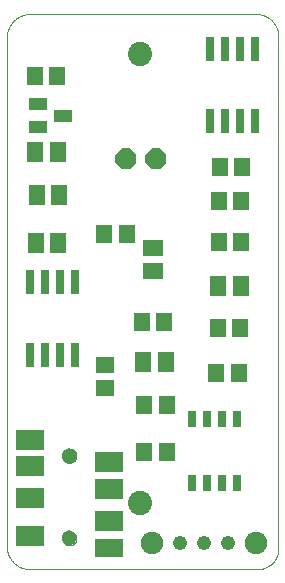
<source format=gbs>
G75*
%MOIN*%
%OFA0B0*%
%FSLAX25Y25*%
%IPPOS*%
%LPD*%
%AMOC8*
5,1,8,0,0,1.08239X$1,22.5*
%
%ADD10C,0.00000*%
%ADD11R,0.05518X0.06306*%
%ADD12R,0.06699X0.05518*%
%ADD13R,0.05518X0.06699*%
%ADD14R,0.03000X0.08400*%
%ADD15OC8,0.07000*%
%ADD16R,0.05912X0.04337*%
%ADD17R,0.09258X0.06306*%
%ADD18R,0.09258X0.06699*%
%ADD19C,0.05124*%
%ADD20C,0.04762*%
%ADD21C,0.07487*%
%ADD22R,0.03156X0.05518*%
%ADD23R,0.06306X0.05518*%
%ADD24C,0.08077*%
D10*
X0008573Y0011486D02*
X0084586Y0011486D01*
X0084754Y0011488D01*
X0084923Y0011494D01*
X0085091Y0011504D01*
X0085258Y0011519D01*
X0085426Y0011537D01*
X0085592Y0011559D01*
X0085759Y0011585D01*
X0085924Y0011616D01*
X0086089Y0011650D01*
X0086253Y0011688D01*
X0086416Y0011731D01*
X0086578Y0011777D01*
X0086738Y0011827D01*
X0086898Y0011881D01*
X0087056Y0011939D01*
X0087212Y0012000D01*
X0087368Y0012066D01*
X0087521Y0012135D01*
X0087673Y0012207D01*
X0087823Y0012284D01*
X0087971Y0012364D01*
X0088117Y0012447D01*
X0088261Y0012534D01*
X0088403Y0012625D01*
X0088543Y0012719D01*
X0088680Y0012816D01*
X0088815Y0012917D01*
X0088947Y0013021D01*
X0089077Y0013128D01*
X0089205Y0013238D01*
X0089329Y0013351D01*
X0089451Y0013467D01*
X0089570Y0013586D01*
X0089686Y0013708D01*
X0089799Y0013832D01*
X0089909Y0013960D01*
X0090016Y0014090D01*
X0090120Y0014222D01*
X0090221Y0014357D01*
X0090318Y0014494D01*
X0090412Y0014634D01*
X0090503Y0014776D01*
X0090590Y0014920D01*
X0090673Y0015066D01*
X0090753Y0015214D01*
X0090830Y0015364D01*
X0090902Y0015516D01*
X0090971Y0015669D01*
X0091037Y0015825D01*
X0091098Y0015981D01*
X0091156Y0016139D01*
X0091210Y0016299D01*
X0091260Y0016459D01*
X0091306Y0016621D01*
X0091349Y0016784D01*
X0091387Y0016948D01*
X0091421Y0017113D01*
X0091452Y0017278D01*
X0091478Y0017445D01*
X0091500Y0017611D01*
X0091518Y0017779D01*
X0091533Y0017946D01*
X0091543Y0018114D01*
X0091549Y0018283D01*
X0091551Y0018451D01*
X0091551Y0188963D01*
X0091549Y0189146D01*
X0091542Y0189328D01*
X0091531Y0189511D01*
X0091516Y0189693D01*
X0091496Y0189875D01*
X0091472Y0190056D01*
X0091443Y0190236D01*
X0091410Y0190416D01*
X0091373Y0190595D01*
X0091331Y0190773D01*
X0091285Y0190950D01*
X0091235Y0191126D01*
X0091181Y0191300D01*
X0091122Y0191473D01*
X0091060Y0191645D01*
X0090993Y0191815D01*
X0090922Y0191983D01*
X0090847Y0192150D01*
X0090768Y0192315D01*
X0090685Y0192478D01*
X0090598Y0192638D01*
X0090507Y0192797D01*
X0090413Y0192954D01*
X0090314Y0193108D01*
X0090212Y0193259D01*
X0090107Y0193408D01*
X0089997Y0193555D01*
X0089885Y0193699D01*
X0089769Y0193840D01*
X0089649Y0193978D01*
X0089526Y0194114D01*
X0089400Y0194246D01*
X0089271Y0194375D01*
X0089139Y0194501D01*
X0089003Y0194624D01*
X0088865Y0194744D01*
X0088724Y0194860D01*
X0088580Y0194972D01*
X0088433Y0195082D01*
X0088284Y0195187D01*
X0088133Y0195289D01*
X0087979Y0195388D01*
X0087822Y0195482D01*
X0087663Y0195573D01*
X0087503Y0195660D01*
X0087340Y0195743D01*
X0087175Y0195822D01*
X0087008Y0195897D01*
X0086840Y0195968D01*
X0086670Y0196035D01*
X0086498Y0196097D01*
X0086325Y0196156D01*
X0086151Y0196210D01*
X0085975Y0196260D01*
X0085798Y0196306D01*
X0085620Y0196348D01*
X0085441Y0196385D01*
X0085261Y0196418D01*
X0085081Y0196447D01*
X0084900Y0196471D01*
X0084718Y0196491D01*
X0084536Y0196506D01*
X0084353Y0196517D01*
X0084171Y0196524D01*
X0083988Y0196526D01*
X0008795Y0196526D01*
X0008607Y0196524D01*
X0008418Y0196517D01*
X0008230Y0196506D01*
X0008043Y0196490D01*
X0007855Y0196469D01*
X0007669Y0196444D01*
X0007483Y0196415D01*
X0007297Y0196381D01*
X0007113Y0196342D01*
X0006930Y0196299D01*
X0006747Y0196252D01*
X0006566Y0196201D01*
X0006386Y0196144D01*
X0006208Y0196084D01*
X0006031Y0196019D01*
X0005856Y0195951D01*
X0005682Y0195877D01*
X0005510Y0195800D01*
X0005340Y0195719D01*
X0005172Y0195633D01*
X0005007Y0195544D01*
X0004843Y0195450D01*
X0004682Y0195353D01*
X0004523Y0195251D01*
X0004367Y0195146D01*
X0004213Y0195037D01*
X0004062Y0194925D01*
X0003914Y0194809D01*
X0003768Y0194689D01*
X0003626Y0194566D01*
X0003486Y0194439D01*
X0003350Y0194309D01*
X0003217Y0194176D01*
X0003087Y0194040D01*
X0002960Y0193900D01*
X0002837Y0193758D01*
X0002717Y0193612D01*
X0002601Y0193464D01*
X0002489Y0193313D01*
X0002380Y0193159D01*
X0002275Y0193003D01*
X0002173Y0192844D01*
X0002076Y0192683D01*
X0001982Y0192519D01*
X0001893Y0192354D01*
X0001807Y0192186D01*
X0001726Y0192016D01*
X0001649Y0191844D01*
X0001575Y0191670D01*
X0001507Y0191495D01*
X0001442Y0191318D01*
X0001382Y0191140D01*
X0001325Y0190960D01*
X0001274Y0190779D01*
X0001227Y0190596D01*
X0001184Y0190413D01*
X0001145Y0190229D01*
X0001111Y0190043D01*
X0001082Y0189857D01*
X0001057Y0189671D01*
X0001036Y0189483D01*
X0001020Y0189296D01*
X0001009Y0189108D01*
X0001002Y0188919D01*
X0001000Y0188731D01*
X0001000Y0019059D01*
X0001002Y0018876D01*
X0001009Y0018693D01*
X0001020Y0018510D01*
X0001035Y0018328D01*
X0001055Y0018146D01*
X0001079Y0017965D01*
X0001108Y0017784D01*
X0001141Y0017604D01*
X0001178Y0017425D01*
X0001220Y0017247D01*
X0001266Y0017070D01*
X0001316Y0016894D01*
X0001371Y0016719D01*
X0001429Y0016545D01*
X0001492Y0016374D01*
X0001559Y0016203D01*
X0001630Y0016035D01*
X0001705Y0015868D01*
X0001784Y0015703D01*
X0001867Y0015540D01*
X0001954Y0015379D01*
X0002045Y0015220D01*
X0002140Y0015063D01*
X0002238Y0014909D01*
X0002341Y0014757D01*
X0002446Y0014608D01*
X0002556Y0014461D01*
X0002669Y0014317D01*
X0002785Y0014176D01*
X0002905Y0014037D01*
X0003028Y0013902D01*
X0003154Y0013769D01*
X0003283Y0013640D01*
X0003416Y0013514D01*
X0003551Y0013391D01*
X0003690Y0013271D01*
X0003831Y0013155D01*
X0003975Y0013042D01*
X0004122Y0012932D01*
X0004271Y0012827D01*
X0004423Y0012724D01*
X0004577Y0012626D01*
X0004734Y0012531D01*
X0004893Y0012440D01*
X0005054Y0012353D01*
X0005217Y0012270D01*
X0005382Y0012191D01*
X0005549Y0012116D01*
X0005717Y0012045D01*
X0005888Y0011978D01*
X0006059Y0011915D01*
X0006233Y0011857D01*
X0006408Y0011802D01*
X0006584Y0011752D01*
X0006761Y0011706D01*
X0006939Y0011664D01*
X0007118Y0011627D01*
X0007298Y0011594D01*
X0007479Y0011565D01*
X0007660Y0011541D01*
X0007842Y0011521D01*
X0008024Y0011506D01*
X0008207Y0011495D01*
X0008390Y0011488D01*
X0008573Y0011486D01*
X0019504Y0021722D02*
X0019506Y0021819D01*
X0019512Y0021916D01*
X0019522Y0022012D01*
X0019536Y0022108D01*
X0019554Y0022204D01*
X0019575Y0022298D01*
X0019601Y0022392D01*
X0019630Y0022484D01*
X0019664Y0022575D01*
X0019700Y0022665D01*
X0019741Y0022753D01*
X0019785Y0022839D01*
X0019833Y0022924D01*
X0019884Y0023006D01*
X0019938Y0023087D01*
X0019996Y0023165D01*
X0020057Y0023240D01*
X0020120Y0023313D01*
X0020187Y0023384D01*
X0020257Y0023451D01*
X0020329Y0023516D01*
X0020404Y0023577D01*
X0020482Y0023636D01*
X0020561Y0023691D01*
X0020643Y0023743D01*
X0020727Y0023791D01*
X0020813Y0023836D01*
X0020901Y0023878D01*
X0020990Y0023916D01*
X0021081Y0023950D01*
X0021173Y0023980D01*
X0021266Y0024007D01*
X0021361Y0024029D01*
X0021456Y0024048D01*
X0021552Y0024063D01*
X0021648Y0024074D01*
X0021745Y0024081D01*
X0021842Y0024084D01*
X0021939Y0024083D01*
X0022036Y0024078D01*
X0022132Y0024069D01*
X0022228Y0024056D01*
X0022324Y0024039D01*
X0022419Y0024018D01*
X0022512Y0023994D01*
X0022605Y0023965D01*
X0022697Y0023933D01*
X0022787Y0023897D01*
X0022875Y0023858D01*
X0022962Y0023814D01*
X0023047Y0023768D01*
X0023130Y0023717D01*
X0023211Y0023664D01*
X0023289Y0023607D01*
X0023366Y0023547D01*
X0023439Y0023484D01*
X0023510Y0023418D01*
X0023578Y0023349D01*
X0023644Y0023277D01*
X0023706Y0023203D01*
X0023765Y0023126D01*
X0023821Y0023047D01*
X0023874Y0022965D01*
X0023924Y0022882D01*
X0023969Y0022796D01*
X0024012Y0022709D01*
X0024051Y0022620D01*
X0024086Y0022530D01*
X0024117Y0022438D01*
X0024144Y0022345D01*
X0024168Y0022251D01*
X0024188Y0022156D01*
X0024204Y0022060D01*
X0024216Y0021964D01*
X0024224Y0021867D01*
X0024228Y0021770D01*
X0024228Y0021674D01*
X0024224Y0021577D01*
X0024216Y0021480D01*
X0024204Y0021384D01*
X0024188Y0021288D01*
X0024168Y0021193D01*
X0024144Y0021099D01*
X0024117Y0021006D01*
X0024086Y0020914D01*
X0024051Y0020824D01*
X0024012Y0020735D01*
X0023969Y0020648D01*
X0023924Y0020562D01*
X0023874Y0020479D01*
X0023821Y0020397D01*
X0023765Y0020318D01*
X0023706Y0020241D01*
X0023644Y0020167D01*
X0023578Y0020095D01*
X0023510Y0020026D01*
X0023439Y0019960D01*
X0023366Y0019897D01*
X0023289Y0019837D01*
X0023211Y0019780D01*
X0023130Y0019727D01*
X0023047Y0019676D01*
X0022962Y0019630D01*
X0022875Y0019586D01*
X0022787Y0019547D01*
X0022697Y0019511D01*
X0022605Y0019479D01*
X0022512Y0019450D01*
X0022419Y0019426D01*
X0022324Y0019405D01*
X0022228Y0019388D01*
X0022132Y0019375D01*
X0022036Y0019366D01*
X0021939Y0019361D01*
X0021842Y0019360D01*
X0021745Y0019363D01*
X0021648Y0019370D01*
X0021552Y0019381D01*
X0021456Y0019396D01*
X0021361Y0019415D01*
X0021266Y0019437D01*
X0021173Y0019464D01*
X0021081Y0019494D01*
X0020990Y0019528D01*
X0020901Y0019566D01*
X0020813Y0019608D01*
X0020727Y0019653D01*
X0020643Y0019701D01*
X0020561Y0019753D01*
X0020482Y0019808D01*
X0020404Y0019867D01*
X0020329Y0019928D01*
X0020257Y0019993D01*
X0020187Y0020060D01*
X0020120Y0020131D01*
X0020057Y0020204D01*
X0019996Y0020279D01*
X0019938Y0020357D01*
X0019884Y0020438D01*
X0019833Y0020520D01*
X0019785Y0020605D01*
X0019741Y0020691D01*
X0019700Y0020779D01*
X0019664Y0020869D01*
X0019630Y0020960D01*
X0019601Y0021052D01*
X0019575Y0021146D01*
X0019554Y0021240D01*
X0019536Y0021336D01*
X0019522Y0021432D01*
X0019512Y0021528D01*
X0019506Y0021625D01*
X0019504Y0021722D01*
X0019504Y0049281D02*
X0019506Y0049378D01*
X0019512Y0049475D01*
X0019522Y0049571D01*
X0019536Y0049667D01*
X0019554Y0049763D01*
X0019575Y0049857D01*
X0019601Y0049951D01*
X0019630Y0050043D01*
X0019664Y0050134D01*
X0019700Y0050224D01*
X0019741Y0050312D01*
X0019785Y0050398D01*
X0019833Y0050483D01*
X0019884Y0050565D01*
X0019938Y0050646D01*
X0019996Y0050724D01*
X0020057Y0050799D01*
X0020120Y0050872D01*
X0020187Y0050943D01*
X0020257Y0051010D01*
X0020329Y0051075D01*
X0020404Y0051136D01*
X0020482Y0051195D01*
X0020561Y0051250D01*
X0020643Y0051302D01*
X0020727Y0051350D01*
X0020813Y0051395D01*
X0020901Y0051437D01*
X0020990Y0051475D01*
X0021081Y0051509D01*
X0021173Y0051539D01*
X0021266Y0051566D01*
X0021361Y0051588D01*
X0021456Y0051607D01*
X0021552Y0051622D01*
X0021648Y0051633D01*
X0021745Y0051640D01*
X0021842Y0051643D01*
X0021939Y0051642D01*
X0022036Y0051637D01*
X0022132Y0051628D01*
X0022228Y0051615D01*
X0022324Y0051598D01*
X0022419Y0051577D01*
X0022512Y0051553D01*
X0022605Y0051524D01*
X0022697Y0051492D01*
X0022787Y0051456D01*
X0022875Y0051417D01*
X0022962Y0051373D01*
X0023047Y0051327D01*
X0023130Y0051276D01*
X0023211Y0051223D01*
X0023289Y0051166D01*
X0023366Y0051106D01*
X0023439Y0051043D01*
X0023510Y0050977D01*
X0023578Y0050908D01*
X0023644Y0050836D01*
X0023706Y0050762D01*
X0023765Y0050685D01*
X0023821Y0050606D01*
X0023874Y0050524D01*
X0023924Y0050441D01*
X0023969Y0050355D01*
X0024012Y0050268D01*
X0024051Y0050179D01*
X0024086Y0050089D01*
X0024117Y0049997D01*
X0024144Y0049904D01*
X0024168Y0049810D01*
X0024188Y0049715D01*
X0024204Y0049619D01*
X0024216Y0049523D01*
X0024224Y0049426D01*
X0024228Y0049329D01*
X0024228Y0049233D01*
X0024224Y0049136D01*
X0024216Y0049039D01*
X0024204Y0048943D01*
X0024188Y0048847D01*
X0024168Y0048752D01*
X0024144Y0048658D01*
X0024117Y0048565D01*
X0024086Y0048473D01*
X0024051Y0048383D01*
X0024012Y0048294D01*
X0023969Y0048207D01*
X0023924Y0048121D01*
X0023874Y0048038D01*
X0023821Y0047956D01*
X0023765Y0047877D01*
X0023706Y0047800D01*
X0023644Y0047726D01*
X0023578Y0047654D01*
X0023510Y0047585D01*
X0023439Y0047519D01*
X0023366Y0047456D01*
X0023289Y0047396D01*
X0023211Y0047339D01*
X0023130Y0047286D01*
X0023047Y0047235D01*
X0022962Y0047189D01*
X0022875Y0047145D01*
X0022787Y0047106D01*
X0022697Y0047070D01*
X0022605Y0047038D01*
X0022512Y0047009D01*
X0022419Y0046985D01*
X0022324Y0046964D01*
X0022228Y0046947D01*
X0022132Y0046934D01*
X0022036Y0046925D01*
X0021939Y0046920D01*
X0021842Y0046919D01*
X0021745Y0046922D01*
X0021648Y0046929D01*
X0021552Y0046940D01*
X0021456Y0046955D01*
X0021361Y0046974D01*
X0021266Y0046996D01*
X0021173Y0047023D01*
X0021081Y0047053D01*
X0020990Y0047087D01*
X0020901Y0047125D01*
X0020813Y0047167D01*
X0020727Y0047212D01*
X0020643Y0047260D01*
X0020561Y0047312D01*
X0020482Y0047367D01*
X0020404Y0047426D01*
X0020329Y0047487D01*
X0020257Y0047552D01*
X0020187Y0047619D01*
X0020120Y0047690D01*
X0020057Y0047763D01*
X0019996Y0047838D01*
X0019938Y0047916D01*
X0019884Y0047997D01*
X0019833Y0048079D01*
X0019785Y0048164D01*
X0019741Y0048250D01*
X0019700Y0048338D01*
X0019664Y0048428D01*
X0019630Y0048519D01*
X0019601Y0048611D01*
X0019575Y0048705D01*
X0019554Y0048799D01*
X0019536Y0048895D01*
X0019522Y0048991D01*
X0019512Y0049087D01*
X0019506Y0049184D01*
X0019504Y0049281D01*
D11*
X0046079Y0093770D03*
X0053559Y0093770D03*
X0054346Y0066211D03*
X0046866Y0066211D03*
X0046866Y0050463D03*
X0054346Y0050463D03*
X0070882Y0076841D03*
X0078362Y0076841D03*
X0078756Y0091801D03*
X0071276Y0091801D03*
X0071669Y0120541D03*
X0071669Y0134321D03*
X0071906Y0145541D03*
X0079386Y0145541D03*
X0079150Y0134321D03*
X0079150Y0120541D03*
X0040961Y0123297D03*
X0033480Y0123297D03*
X0017811Y0175856D03*
X0010331Y0175856D03*
D12*
X0049701Y0118360D03*
X0049701Y0110880D03*
D13*
X0046472Y0080384D03*
X0053953Y0080384D03*
X0071472Y0105699D03*
X0078953Y0105699D03*
X0018126Y0120148D03*
X0010646Y0120148D03*
X0011024Y0136352D03*
X0010457Y0150541D03*
X0017937Y0150541D03*
X0018504Y0136352D03*
D14*
X0018854Y0107051D03*
X0023854Y0107051D03*
X0013854Y0107051D03*
X0008854Y0107051D03*
X0008854Y0082851D03*
X0013854Y0082851D03*
X0018854Y0082851D03*
X0023854Y0082851D03*
X0068697Y0160804D03*
X0073697Y0160804D03*
X0078697Y0160804D03*
X0083697Y0160804D03*
X0083697Y0185004D03*
X0078697Y0185004D03*
X0073697Y0185004D03*
X0068697Y0185004D03*
D15*
X0050882Y0148100D03*
X0040882Y0148100D03*
D16*
X0019898Y0162667D03*
X0011236Y0158927D03*
X0011236Y0166407D03*
D17*
X0035154Y0018573D03*
D18*
X0035154Y0027628D03*
X0035154Y0038258D03*
X0035154Y0047313D03*
X0008579Y0045738D03*
X0008579Y0054400D03*
X0008579Y0035108D03*
X0008579Y0022510D03*
D19*
X0021866Y0021722D03*
X0021866Y0049281D03*
D20*
X0058874Y0020148D03*
X0066748Y0020148D03*
X0074622Y0020148D03*
D21*
X0084071Y0020148D03*
X0049425Y0020148D03*
D22*
X0062791Y0040030D03*
X0067791Y0040030D03*
X0072791Y0040030D03*
X0077791Y0040030D03*
X0077791Y0061683D03*
X0072791Y0061683D03*
X0067791Y0061683D03*
X0062791Y0061683D03*
D23*
X0033677Y0071919D03*
X0033677Y0079400D03*
D24*
X0045488Y0033533D03*
X0045488Y0183140D03*
M02*

</source>
